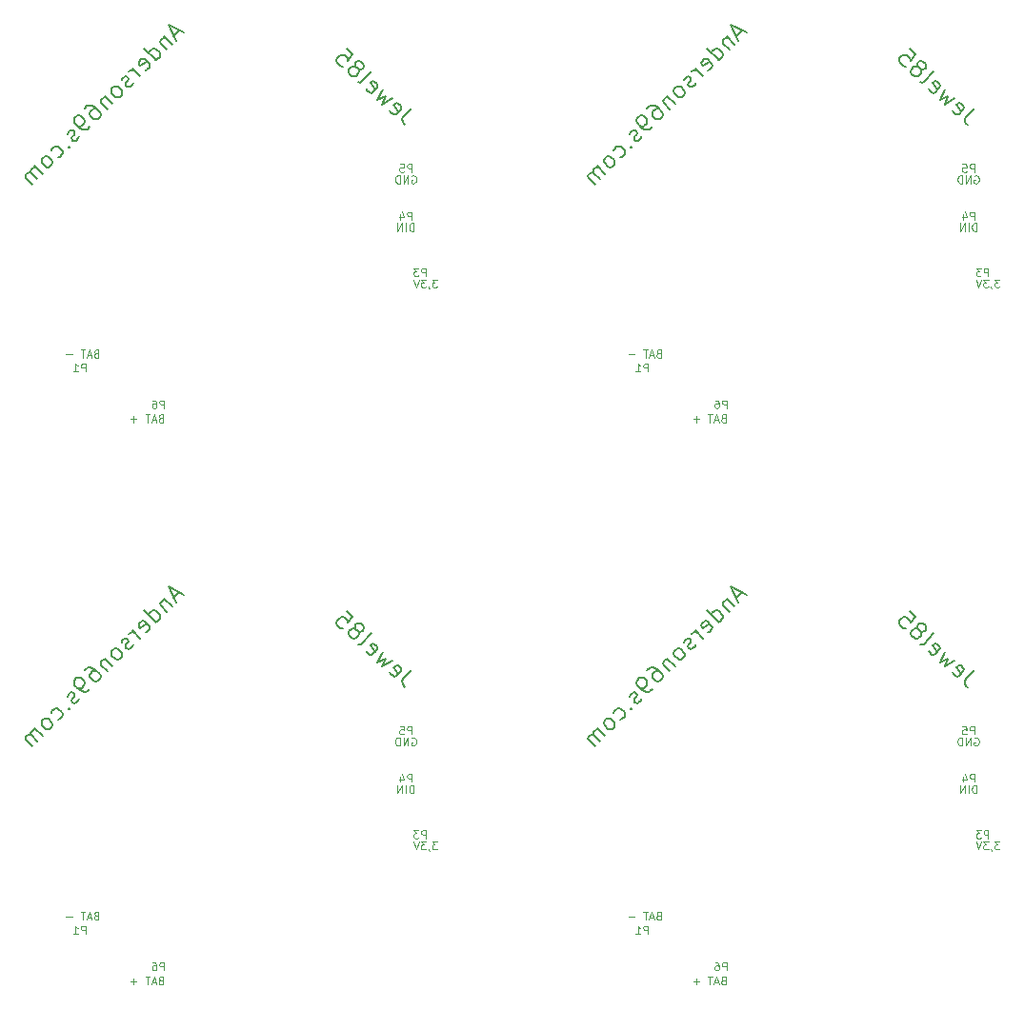
<source format=gbo>
G04 #@! TF.FileFunction,Legend,Bot*
%FSLAX46Y46*%
G04 Gerber Fmt 4.6, Leading zero omitted, Abs format (unit mm)*
G04 Created by KiCad (PCBNEW 4.0.7) date Wednesday 08 November 2017 'à' 20:08:32*
%MOMM*%
%LPD*%
G01*
G04 APERTURE LIST*
%ADD10C,0.100000*%
%ADD11C,0.200000*%
%ADD12C,0.110000*%
G04 APERTURE END LIST*
D10*
D11*
X189894291Y-117209262D02*
X189389215Y-117714339D01*
X190298352Y-117411293D02*
X188884138Y-116704186D01*
X189591245Y-118118399D01*
X188530585Y-117764846D02*
X189237692Y-118471953D01*
X188631601Y-117865862D02*
X188530585Y-117865861D01*
X188379062Y-117916369D01*
X188227539Y-118067891D01*
X188177032Y-118219415D01*
X188227539Y-118370938D01*
X188783123Y-118926521D01*
X187823478Y-119886166D02*
X186762818Y-118825506D01*
X187772971Y-119835659D02*
X187924493Y-119785151D01*
X188126523Y-119583121D01*
X188177032Y-119431598D01*
X188177031Y-119330583D01*
X188126524Y-119179060D01*
X187823479Y-118876014D01*
X187671956Y-118825507D01*
X187570940Y-118825506D01*
X187419417Y-118876014D01*
X187217386Y-119078044D01*
X187166879Y-119229567D01*
X186863834Y-120744796D02*
X187015356Y-120694288D01*
X187217386Y-120492258D01*
X187267894Y-120340736D01*
X187217387Y-120189212D01*
X186813326Y-119785151D01*
X186661803Y-119734644D01*
X186510280Y-119785151D01*
X186308249Y-119987181D01*
X186257742Y-120138705D01*
X186308249Y-120290228D01*
X186409264Y-120391243D01*
X187015356Y-119987181D01*
X186409264Y-121300380D02*
X185702158Y-120593273D01*
X185904189Y-120795304D02*
X185752666Y-120744796D01*
X185651650Y-120744796D01*
X185500127Y-120795303D01*
X185399112Y-120896319D01*
X185752666Y-121855964D02*
X185702158Y-122007486D01*
X185500127Y-122209517D01*
X185348605Y-122260025D01*
X185197083Y-122209517D01*
X185146575Y-122159009D01*
X185096067Y-122007487D01*
X185146574Y-121855964D01*
X185298097Y-121704440D01*
X185348605Y-121552918D01*
X185298098Y-121401395D01*
X185247590Y-121350887D01*
X185096067Y-121300380D01*
X184944544Y-121350887D01*
X184793021Y-121502410D01*
X184742513Y-121653933D01*
X184742513Y-122967132D02*
X184793021Y-122815609D01*
X184793021Y-122714593D01*
X184742513Y-122563070D01*
X184439468Y-122260025D01*
X184287945Y-122209518D01*
X184186930Y-122209517D01*
X184035406Y-122260025D01*
X183883883Y-122411547D01*
X183833376Y-122563070D01*
X183833376Y-122664086D01*
X183883883Y-122815609D01*
X184186929Y-123118655D01*
X184338452Y-123169162D01*
X184439468Y-123169162D01*
X184590990Y-123118654D01*
X184742513Y-122967132D01*
X183227284Y-123068147D02*
X183934391Y-123775254D01*
X183328300Y-123169163D02*
X183227285Y-123169162D01*
X183075761Y-123219670D01*
X182924238Y-123371192D01*
X182873731Y-123522715D01*
X182924238Y-123674238D01*
X183479822Y-124229822D01*
X181459517Y-124128807D02*
X181661547Y-123926777D01*
X181813070Y-123876269D01*
X181914086Y-123876269D01*
X182166624Y-123926777D01*
X182419163Y-124078300D01*
X182823223Y-124482360D01*
X182873731Y-124633883D01*
X182873731Y-124734899D01*
X182823223Y-124886422D01*
X182621192Y-125088452D01*
X182469670Y-125138960D01*
X182368654Y-125138960D01*
X182217132Y-125088452D01*
X181964593Y-124835914D01*
X181914086Y-124684391D01*
X181914086Y-124583376D01*
X181964593Y-124431853D01*
X182166624Y-124229823D01*
X182318148Y-124179315D01*
X182419162Y-124179315D01*
X182570685Y-124229822D01*
X181914086Y-125795558D02*
X181712055Y-125997589D01*
X181560533Y-126048097D01*
X181459518Y-126048096D01*
X181206979Y-125997590D01*
X180954441Y-125846066D01*
X180550381Y-125442005D01*
X180499873Y-125290483D01*
X180499873Y-125189467D01*
X180550380Y-125037944D01*
X180752410Y-124835914D01*
X180903934Y-124785406D01*
X181004949Y-124785407D01*
X181156472Y-124835914D01*
X181409010Y-125088452D01*
X181459518Y-125239975D01*
X181459518Y-125340990D01*
X181409010Y-125492513D01*
X181206979Y-125694544D01*
X181055456Y-125745051D01*
X180954441Y-125745052D01*
X180802919Y-125694544D01*
X180954442Y-126654188D02*
X180903934Y-126805710D01*
X180701903Y-127007741D01*
X180550381Y-127058249D01*
X180398858Y-127007741D01*
X180348350Y-126957233D01*
X180297842Y-126805711D01*
X180348350Y-126654188D01*
X180499873Y-126502665D01*
X180550381Y-126351142D01*
X180499873Y-126199619D01*
X180449365Y-126149111D01*
X180297842Y-126098604D01*
X180146319Y-126149111D01*
X179994796Y-126300635D01*
X179944289Y-126452158D01*
X179994796Y-127512818D02*
X179994797Y-127613833D01*
X180095811Y-127613833D01*
X180095812Y-127512818D01*
X179994796Y-127512818D01*
X180095811Y-127613833D01*
X179085659Y-128522971D02*
X179237181Y-128472463D01*
X179439212Y-128270433D01*
X179489720Y-128118909D01*
X179489720Y-128017894D01*
X179439212Y-127866371D01*
X179136167Y-127563326D01*
X178984644Y-127512819D01*
X178883629Y-127512818D01*
X178732105Y-127563326D01*
X178530075Y-127765356D01*
X178479567Y-127916879D01*
X178530075Y-129179570D02*
X178580583Y-129028047D01*
X178580583Y-128927031D01*
X178530075Y-128775508D01*
X178227030Y-128472463D01*
X178075507Y-128421956D01*
X177974492Y-128421955D01*
X177822968Y-128472463D01*
X177671446Y-128623985D01*
X177620938Y-128775508D01*
X177620938Y-128876524D01*
X177671446Y-129028047D01*
X177974491Y-129331093D01*
X178126014Y-129381600D01*
X178227030Y-129381600D01*
X178378552Y-129331092D01*
X178530075Y-129179570D01*
X177721953Y-129987692D02*
X177014846Y-129280585D01*
X177115862Y-129381601D02*
X177014847Y-129381600D01*
X176863323Y-129432108D01*
X176711801Y-129583630D01*
X176661293Y-129735153D01*
X176711801Y-129886676D01*
X177267384Y-130442260D01*
X176711801Y-129886676D02*
X176560277Y-129836169D01*
X176408754Y-129886676D01*
X176257232Y-130038199D01*
X176206724Y-130189723D01*
X176257232Y-130341245D01*
X176812816Y-130896829D01*
X139894291Y-117209262D02*
X139389215Y-117714339D01*
X140298352Y-117411293D02*
X138884138Y-116704186D01*
X139591245Y-118118399D01*
X138530585Y-117764846D02*
X139237692Y-118471953D01*
X138631601Y-117865862D02*
X138530585Y-117865861D01*
X138379062Y-117916369D01*
X138227539Y-118067891D01*
X138177032Y-118219415D01*
X138227539Y-118370938D01*
X138783123Y-118926521D01*
X137823478Y-119886166D02*
X136762818Y-118825506D01*
X137772971Y-119835659D02*
X137924493Y-119785151D01*
X138126523Y-119583121D01*
X138177032Y-119431598D01*
X138177031Y-119330583D01*
X138126524Y-119179060D01*
X137823479Y-118876014D01*
X137671956Y-118825507D01*
X137570940Y-118825506D01*
X137419417Y-118876014D01*
X137217386Y-119078044D01*
X137166879Y-119229567D01*
X136863834Y-120744796D02*
X137015356Y-120694288D01*
X137217386Y-120492258D01*
X137267894Y-120340736D01*
X137217387Y-120189212D01*
X136813326Y-119785151D01*
X136661803Y-119734644D01*
X136510280Y-119785151D01*
X136308249Y-119987181D01*
X136257742Y-120138705D01*
X136308249Y-120290228D01*
X136409264Y-120391243D01*
X137015356Y-119987181D01*
X136409264Y-121300380D02*
X135702158Y-120593273D01*
X135904189Y-120795304D02*
X135752666Y-120744796D01*
X135651650Y-120744796D01*
X135500127Y-120795303D01*
X135399112Y-120896319D01*
X135752666Y-121855964D02*
X135702158Y-122007486D01*
X135500127Y-122209517D01*
X135348605Y-122260025D01*
X135197083Y-122209517D01*
X135146575Y-122159009D01*
X135096067Y-122007487D01*
X135146574Y-121855964D01*
X135298097Y-121704440D01*
X135348605Y-121552918D01*
X135298098Y-121401395D01*
X135247590Y-121350887D01*
X135096067Y-121300380D01*
X134944544Y-121350887D01*
X134793021Y-121502410D01*
X134742513Y-121653933D01*
X134742513Y-122967132D02*
X134793021Y-122815609D01*
X134793021Y-122714593D01*
X134742513Y-122563070D01*
X134439468Y-122260025D01*
X134287945Y-122209518D01*
X134186930Y-122209517D01*
X134035406Y-122260025D01*
X133883883Y-122411547D01*
X133833376Y-122563070D01*
X133833376Y-122664086D01*
X133883883Y-122815609D01*
X134186929Y-123118655D01*
X134338452Y-123169162D01*
X134439468Y-123169162D01*
X134590990Y-123118654D01*
X134742513Y-122967132D01*
X133227284Y-123068147D02*
X133934391Y-123775254D01*
X133328300Y-123169163D02*
X133227285Y-123169162D01*
X133075761Y-123219670D01*
X132924238Y-123371192D01*
X132873731Y-123522715D01*
X132924238Y-123674238D01*
X133479822Y-124229822D01*
X131459517Y-124128807D02*
X131661547Y-123926777D01*
X131813070Y-123876269D01*
X131914086Y-123876269D01*
X132166624Y-123926777D01*
X132419163Y-124078300D01*
X132823223Y-124482360D01*
X132873731Y-124633883D01*
X132873731Y-124734899D01*
X132823223Y-124886422D01*
X132621192Y-125088452D01*
X132469670Y-125138960D01*
X132368654Y-125138960D01*
X132217132Y-125088452D01*
X131964593Y-124835914D01*
X131914086Y-124684391D01*
X131914086Y-124583376D01*
X131964593Y-124431853D01*
X132166624Y-124229823D01*
X132318148Y-124179315D01*
X132419162Y-124179315D01*
X132570685Y-124229822D01*
X131914086Y-125795558D02*
X131712055Y-125997589D01*
X131560533Y-126048097D01*
X131459518Y-126048096D01*
X131206979Y-125997590D01*
X130954441Y-125846066D01*
X130550381Y-125442005D01*
X130499873Y-125290483D01*
X130499873Y-125189467D01*
X130550380Y-125037944D01*
X130752410Y-124835914D01*
X130903934Y-124785406D01*
X131004949Y-124785407D01*
X131156472Y-124835914D01*
X131409010Y-125088452D01*
X131459518Y-125239975D01*
X131459518Y-125340990D01*
X131409010Y-125492513D01*
X131206979Y-125694544D01*
X131055456Y-125745051D01*
X130954441Y-125745052D01*
X130802919Y-125694544D01*
X130954442Y-126654188D02*
X130903934Y-126805710D01*
X130701903Y-127007741D01*
X130550381Y-127058249D01*
X130398858Y-127007741D01*
X130348350Y-126957233D01*
X130297842Y-126805711D01*
X130348350Y-126654188D01*
X130499873Y-126502665D01*
X130550381Y-126351142D01*
X130499873Y-126199619D01*
X130449365Y-126149111D01*
X130297842Y-126098604D01*
X130146319Y-126149111D01*
X129994796Y-126300635D01*
X129944289Y-126452158D01*
X129994796Y-127512818D02*
X129994797Y-127613833D01*
X130095811Y-127613833D01*
X130095812Y-127512818D01*
X129994796Y-127512818D01*
X130095811Y-127613833D01*
X129085659Y-128522971D02*
X129237181Y-128472463D01*
X129439212Y-128270433D01*
X129489720Y-128118909D01*
X129489720Y-128017894D01*
X129439212Y-127866371D01*
X129136167Y-127563326D01*
X128984644Y-127512819D01*
X128883629Y-127512818D01*
X128732105Y-127563326D01*
X128530075Y-127765356D01*
X128479567Y-127916879D01*
X128530075Y-129179570D02*
X128580583Y-129028047D01*
X128580583Y-128927031D01*
X128530075Y-128775508D01*
X128227030Y-128472463D01*
X128075507Y-128421956D01*
X127974492Y-128421955D01*
X127822968Y-128472463D01*
X127671446Y-128623985D01*
X127620938Y-128775508D01*
X127620938Y-128876524D01*
X127671446Y-129028047D01*
X127974491Y-129331093D01*
X128126014Y-129381600D01*
X128227030Y-129381600D01*
X128378552Y-129331092D01*
X128530075Y-129179570D01*
X127721953Y-129987692D02*
X127014846Y-129280585D01*
X127115862Y-129381601D02*
X127014847Y-129381600D01*
X126863323Y-129432108D01*
X126711801Y-129583630D01*
X126661293Y-129735153D01*
X126711801Y-129886676D01*
X127267384Y-130442260D01*
X126711801Y-129886676D02*
X126560277Y-129836169D01*
X126408754Y-129886676D01*
X126257232Y-130038199D01*
X126206724Y-130189723D01*
X126257232Y-130341245D01*
X126812816Y-130896829D01*
X189894291Y-67209262D02*
X189389215Y-67714339D01*
X190298352Y-67411293D02*
X188884138Y-66704186D01*
X189591245Y-68118399D01*
X188530585Y-67764846D02*
X189237692Y-68471953D01*
X188631601Y-67865862D02*
X188530585Y-67865861D01*
X188379062Y-67916369D01*
X188227539Y-68067891D01*
X188177032Y-68219415D01*
X188227539Y-68370938D01*
X188783123Y-68926521D01*
X187823478Y-69886166D02*
X186762818Y-68825506D01*
X187772971Y-69835659D02*
X187924493Y-69785151D01*
X188126523Y-69583121D01*
X188177032Y-69431598D01*
X188177031Y-69330583D01*
X188126524Y-69179060D01*
X187823479Y-68876014D01*
X187671956Y-68825507D01*
X187570940Y-68825506D01*
X187419417Y-68876014D01*
X187217386Y-69078044D01*
X187166879Y-69229567D01*
X186863834Y-70744796D02*
X187015356Y-70694288D01*
X187217386Y-70492258D01*
X187267894Y-70340736D01*
X187217387Y-70189212D01*
X186813326Y-69785151D01*
X186661803Y-69734644D01*
X186510280Y-69785151D01*
X186308249Y-69987181D01*
X186257742Y-70138705D01*
X186308249Y-70290228D01*
X186409264Y-70391243D01*
X187015356Y-69987181D01*
X186409264Y-71300380D02*
X185702158Y-70593273D01*
X185904189Y-70795304D02*
X185752666Y-70744796D01*
X185651650Y-70744796D01*
X185500127Y-70795303D01*
X185399112Y-70896319D01*
X185752666Y-71855964D02*
X185702158Y-72007486D01*
X185500127Y-72209517D01*
X185348605Y-72260025D01*
X185197083Y-72209517D01*
X185146575Y-72159009D01*
X185096067Y-72007487D01*
X185146574Y-71855964D01*
X185298097Y-71704440D01*
X185348605Y-71552918D01*
X185298098Y-71401395D01*
X185247590Y-71350887D01*
X185096067Y-71300380D01*
X184944544Y-71350887D01*
X184793021Y-71502410D01*
X184742513Y-71653933D01*
X184742513Y-72967132D02*
X184793021Y-72815609D01*
X184793021Y-72714593D01*
X184742513Y-72563070D01*
X184439468Y-72260025D01*
X184287945Y-72209518D01*
X184186930Y-72209517D01*
X184035406Y-72260025D01*
X183883883Y-72411547D01*
X183833376Y-72563070D01*
X183833376Y-72664086D01*
X183883883Y-72815609D01*
X184186929Y-73118655D01*
X184338452Y-73169162D01*
X184439468Y-73169162D01*
X184590990Y-73118654D01*
X184742513Y-72967132D01*
X183227284Y-73068147D02*
X183934391Y-73775254D01*
X183328300Y-73169163D02*
X183227285Y-73169162D01*
X183075761Y-73219670D01*
X182924238Y-73371192D01*
X182873731Y-73522715D01*
X182924238Y-73674238D01*
X183479822Y-74229822D01*
X181459517Y-74128807D02*
X181661547Y-73926777D01*
X181813070Y-73876269D01*
X181914086Y-73876269D01*
X182166624Y-73926777D01*
X182419163Y-74078300D01*
X182823223Y-74482360D01*
X182873731Y-74633883D01*
X182873731Y-74734899D01*
X182823223Y-74886422D01*
X182621192Y-75088452D01*
X182469670Y-75138960D01*
X182368654Y-75138960D01*
X182217132Y-75088452D01*
X181964593Y-74835914D01*
X181914086Y-74684391D01*
X181914086Y-74583376D01*
X181964593Y-74431853D01*
X182166624Y-74229823D01*
X182318148Y-74179315D01*
X182419162Y-74179315D01*
X182570685Y-74229822D01*
X181914086Y-75795558D02*
X181712055Y-75997589D01*
X181560533Y-76048097D01*
X181459518Y-76048096D01*
X181206979Y-75997590D01*
X180954441Y-75846066D01*
X180550381Y-75442005D01*
X180499873Y-75290483D01*
X180499873Y-75189467D01*
X180550380Y-75037944D01*
X180752410Y-74835914D01*
X180903934Y-74785406D01*
X181004949Y-74785407D01*
X181156472Y-74835914D01*
X181409010Y-75088452D01*
X181459518Y-75239975D01*
X181459518Y-75340990D01*
X181409010Y-75492513D01*
X181206979Y-75694544D01*
X181055456Y-75745051D01*
X180954441Y-75745052D01*
X180802919Y-75694544D01*
X180954442Y-76654188D02*
X180903934Y-76805710D01*
X180701903Y-77007741D01*
X180550381Y-77058249D01*
X180398858Y-77007741D01*
X180348350Y-76957233D01*
X180297842Y-76805711D01*
X180348350Y-76654188D01*
X180499873Y-76502665D01*
X180550381Y-76351142D01*
X180499873Y-76199619D01*
X180449365Y-76149111D01*
X180297842Y-76098604D01*
X180146319Y-76149111D01*
X179994796Y-76300635D01*
X179944289Y-76452158D01*
X179994796Y-77512818D02*
X179994797Y-77613833D01*
X180095811Y-77613833D01*
X180095812Y-77512818D01*
X179994796Y-77512818D01*
X180095811Y-77613833D01*
X179085659Y-78522971D02*
X179237181Y-78472463D01*
X179439212Y-78270433D01*
X179489720Y-78118909D01*
X179489720Y-78017894D01*
X179439212Y-77866371D01*
X179136167Y-77563326D01*
X178984644Y-77512819D01*
X178883629Y-77512818D01*
X178732105Y-77563326D01*
X178530075Y-77765356D01*
X178479567Y-77916879D01*
X178530075Y-79179570D02*
X178580583Y-79028047D01*
X178580583Y-78927031D01*
X178530075Y-78775508D01*
X178227030Y-78472463D01*
X178075507Y-78421956D01*
X177974492Y-78421955D01*
X177822968Y-78472463D01*
X177671446Y-78623985D01*
X177620938Y-78775508D01*
X177620938Y-78876524D01*
X177671446Y-79028047D01*
X177974491Y-79331093D01*
X178126014Y-79381600D01*
X178227030Y-79381600D01*
X178378552Y-79331092D01*
X178530075Y-79179570D01*
X177721953Y-79987692D02*
X177014846Y-79280585D01*
X177115862Y-79381601D02*
X177014847Y-79381600D01*
X176863323Y-79432108D01*
X176711801Y-79583630D01*
X176661293Y-79735153D01*
X176711801Y-79886676D01*
X177267384Y-80442260D01*
X176711801Y-79886676D02*
X176560277Y-79836169D01*
X176408754Y-79886676D01*
X176257232Y-80038199D01*
X176206724Y-80189723D01*
X176257232Y-80341245D01*
X176812816Y-80896829D01*
X210517076Y-124129586D02*
X209793229Y-124919526D01*
X209701122Y-125125770D01*
X209709935Y-125327608D01*
X209819667Y-125525040D01*
X209924992Y-125621553D01*
X208604019Y-124314224D02*
X208661089Y-124463399D01*
X208871739Y-124656424D01*
X209025320Y-124700275D01*
X209174496Y-124643206D01*
X209560548Y-124221905D01*
X209604398Y-124068323D01*
X209547329Y-123919147D01*
X209336679Y-123726121D01*
X209183097Y-123682271D01*
X209033921Y-123739340D01*
X208937408Y-123844665D01*
X209367522Y-124432555D01*
X208810052Y-123243557D02*
X207923811Y-123787808D01*
X208195725Y-123068157D01*
X207502510Y-123401757D01*
X207967449Y-122471454D01*
X206497513Y-122383966D02*
X206554582Y-122533141D01*
X206765232Y-122726166D01*
X206918814Y-122770017D01*
X207067989Y-122712948D01*
X207454041Y-122291647D01*
X207497891Y-122138065D01*
X207440822Y-121988889D01*
X207230172Y-121795863D01*
X207076590Y-121752014D01*
X206927414Y-121809082D01*
X206830901Y-121914407D01*
X207261016Y-122502297D01*
X205764641Y-121809294D02*
X205918223Y-121853145D01*
X206067398Y-121796076D01*
X206936015Y-120848147D01*
X205764429Y-120646522D02*
X205918012Y-120690372D01*
X206018931Y-120685965D01*
X206168107Y-120628897D01*
X206216363Y-120576235D01*
X206260212Y-120422653D01*
X206255807Y-120321734D01*
X206198738Y-120172557D01*
X205988087Y-119979532D01*
X205834505Y-119935682D01*
X205733585Y-119940088D01*
X205584410Y-119997157D01*
X205536154Y-120049819D01*
X205492304Y-120203401D01*
X205496710Y-120304320D01*
X205553779Y-120453496D01*
X205764429Y-120646522D01*
X205821499Y-120795697D01*
X205825904Y-120896616D01*
X205782055Y-121050198D01*
X205589029Y-121260849D01*
X205439853Y-121317917D01*
X205338934Y-121322324D01*
X205185352Y-121278473D01*
X204974702Y-121085448D01*
X204917633Y-120936272D01*
X204913226Y-120835353D01*
X204957077Y-120681771D01*
X205150103Y-120471121D01*
X205299278Y-120414052D01*
X205400197Y-120409646D01*
X205553779Y-120453496D01*
X204776846Y-118869633D02*
X205303473Y-119352198D01*
X204873571Y-119927082D01*
X204869164Y-119826163D01*
X204812096Y-119676987D01*
X204548782Y-119435705D01*
X204395200Y-119391855D01*
X204294281Y-119396260D01*
X204145106Y-119453329D01*
X203903824Y-119716643D01*
X203859973Y-119870224D01*
X203864380Y-119971144D01*
X203921449Y-120120319D01*
X204184762Y-120361601D01*
X204338344Y-120405452D01*
X204439263Y-120401046D01*
X160517076Y-124129586D02*
X159793229Y-124919526D01*
X159701122Y-125125770D01*
X159709935Y-125327608D01*
X159819667Y-125525040D01*
X159924992Y-125621553D01*
X158604019Y-124314224D02*
X158661089Y-124463399D01*
X158871739Y-124656424D01*
X159025320Y-124700275D01*
X159174496Y-124643206D01*
X159560548Y-124221905D01*
X159604398Y-124068323D01*
X159547329Y-123919147D01*
X159336679Y-123726121D01*
X159183097Y-123682271D01*
X159033921Y-123739340D01*
X158937408Y-123844665D01*
X159367522Y-124432555D01*
X158810052Y-123243557D02*
X157923811Y-123787808D01*
X158195725Y-123068157D01*
X157502510Y-123401757D01*
X157967449Y-122471454D01*
X156497513Y-122383966D02*
X156554582Y-122533141D01*
X156765232Y-122726166D01*
X156918814Y-122770017D01*
X157067989Y-122712948D01*
X157454041Y-122291647D01*
X157497891Y-122138065D01*
X157440822Y-121988889D01*
X157230172Y-121795863D01*
X157076590Y-121752014D01*
X156927414Y-121809082D01*
X156830901Y-121914407D01*
X157261016Y-122502297D01*
X155764641Y-121809294D02*
X155918223Y-121853145D01*
X156067398Y-121796076D01*
X156936015Y-120848147D01*
X155764429Y-120646522D02*
X155918012Y-120690372D01*
X156018931Y-120685965D01*
X156168107Y-120628897D01*
X156216363Y-120576235D01*
X156260212Y-120422653D01*
X156255807Y-120321734D01*
X156198738Y-120172557D01*
X155988087Y-119979532D01*
X155834505Y-119935682D01*
X155733585Y-119940088D01*
X155584410Y-119997157D01*
X155536154Y-120049819D01*
X155492304Y-120203401D01*
X155496710Y-120304320D01*
X155553779Y-120453496D01*
X155764429Y-120646522D01*
X155821499Y-120795697D01*
X155825904Y-120896616D01*
X155782055Y-121050198D01*
X155589029Y-121260849D01*
X155439853Y-121317917D01*
X155338934Y-121322324D01*
X155185352Y-121278473D01*
X154974702Y-121085448D01*
X154917633Y-120936272D01*
X154913226Y-120835353D01*
X154957077Y-120681771D01*
X155150103Y-120471121D01*
X155299278Y-120414052D01*
X155400197Y-120409646D01*
X155553779Y-120453496D01*
X154776846Y-118869633D02*
X155303473Y-119352198D01*
X154873571Y-119927082D01*
X154869164Y-119826163D01*
X154812096Y-119676987D01*
X154548782Y-119435705D01*
X154395200Y-119391855D01*
X154294281Y-119396260D01*
X154145106Y-119453329D01*
X153903824Y-119716643D01*
X153859973Y-119870224D01*
X153864380Y-119971144D01*
X153921449Y-120120319D01*
X154184762Y-120361601D01*
X154338344Y-120405452D01*
X154439263Y-120401046D01*
X210517076Y-74129586D02*
X209793229Y-74919526D01*
X209701122Y-75125770D01*
X209709935Y-75327608D01*
X209819667Y-75525040D01*
X209924992Y-75621553D01*
X208604019Y-74314224D02*
X208661089Y-74463399D01*
X208871739Y-74656424D01*
X209025320Y-74700275D01*
X209174496Y-74643206D01*
X209560548Y-74221905D01*
X209604398Y-74068323D01*
X209547329Y-73919147D01*
X209336679Y-73726121D01*
X209183097Y-73682271D01*
X209033921Y-73739340D01*
X208937408Y-73844665D01*
X209367522Y-74432555D01*
X208810052Y-73243557D02*
X207923811Y-73787808D01*
X208195725Y-73068157D01*
X207502510Y-73401757D01*
X207967449Y-72471454D01*
X206497513Y-72383966D02*
X206554582Y-72533141D01*
X206765232Y-72726166D01*
X206918814Y-72770017D01*
X207067989Y-72712948D01*
X207454041Y-72291647D01*
X207497891Y-72138065D01*
X207440822Y-71988889D01*
X207230172Y-71795863D01*
X207076590Y-71752014D01*
X206927414Y-71809082D01*
X206830901Y-71914407D01*
X207261016Y-72502297D01*
X205764641Y-71809294D02*
X205918223Y-71853145D01*
X206067398Y-71796076D01*
X206936015Y-70848147D01*
X205764429Y-70646522D02*
X205918012Y-70690372D01*
X206018931Y-70685965D01*
X206168107Y-70628897D01*
X206216363Y-70576235D01*
X206260212Y-70422653D01*
X206255807Y-70321734D01*
X206198738Y-70172557D01*
X205988087Y-69979532D01*
X205834505Y-69935682D01*
X205733585Y-69940088D01*
X205584410Y-69997157D01*
X205536154Y-70049819D01*
X205492304Y-70203401D01*
X205496710Y-70304320D01*
X205553779Y-70453496D01*
X205764429Y-70646522D01*
X205821499Y-70795697D01*
X205825904Y-70896616D01*
X205782055Y-71050198D01*
X205589029Y-71260849D01*
X205439853Y-71317917D01*
X205338934Y-71322324D01*
X205185352Y-71278473D01*
X204974702Y-71085448D01*
X204917633Y-70936272D01*
X204913226Y-70835353D01*
X204957077Y-70681771D01*
X205150103Y-70471121D01*
X205299278Y-70414052D01*
X205400197Y-70409646D01*
X205553779Y-70453496D01*
X204776846Y-68869633D02*
X205303473Y-69352198D01*
X204873571Y-69927082D01*
X204869164Y-69826163D01*
X204812096Y-69676987D01*
X204548782Y-69435705D01*
X204395200Y-69391855D01*
X204294281Y-69396260D01*
X204145106Y-69453329D01*
X203903824Y-69716643D01*
X203859973Y-69870224D01*
X203864380Y-69971144D01*
X203921449Y-70120319D01*
X204184762Y-70361601D01*
X204338344Y-70405452D01*
X204439263Y-70401046D01*
X160517076Y-74129586D02*
X159793229Y-74919526D01*
X159701122Y-75125770D01*
X159709935Y-75327608D01*
X159819667Y-75525040D01*
X159924992Y-75621553D01*
X158604019Y-74314224D02*
X158661089Y-74463399D01*
X158871739Y-74656424D01*
X159025320Y-74700275D01*
X159174496Y-74643206D01*
X159560548Y-74221905D01*
X159604398Y-74068323D01*
X159547329Y-73919147D01*
X159336679Y-73726121D01*
X159183097Y-73682271D01*
X159033921Y-73739340D01*
X158937408Y-73844665D01*
X159367522Y-74432555D01*
X158810052Y-73243557D02*
X157923811Y-73787808D01*
X158195725Y-73068157D01*
X157502510Y-73401757D01*
X157967449Y-72471454D01*
X156497513Y-72383966D02*
X156554582Y-72533141D01*
X156765232Y-72726166D01*
X156918814Y-72770017D01*
X157067989Y-72712948D01*
X157454041Y-72291647D01*
X157497891Y-72138065D01*
X157440822Y-71988889D01*
X157230172Y-71795863D01*
X157076590Y-71752014D01*
X156927414Y-71809082D01*
X156830901Y-71914407D01*
X157261016Y-72502297D01*
X155764641Y-71809294D02*
X155918223Y-71853145D01*
X156067398Y-71796076D01*
X156936015Y-70848147D01*
X155764429Y-70646522D02*
X155918012Y-70690372D01*
X156018931Y-70685965D01*
X156168107Y-70628897D01*
X156216363Y-70576235D01*
X156260212Y-70422653D01*
X156255807Y-70321734D01*
X156198738Y-70172557D01*
X155988087Y-69979532D01*
X155834505Y-69935682D01*
X155733585Y-69940088D01*
X155584410Y-69997157D01*
X155536154Y-70049819D01*
X155492304Y-70203401D01*
X155496710Y-70304320D01*
X155553779Y-70453496D01*
X155764429Y-70646522D01*
X155821499Y-70795697D01*
X155825904Y-70896616D01*
X155782055Y-71050198D01*
X155589029Y-71260849D01*
X155439853Y-71317917D01*
X155338934Y-71322324D01*
X155185352Y-71278473D01*
X154974702Y-71085448D01*
X154917633Y-70936272D01*
X154913226Y-70835353D01*
X154957077Y-70681771D01*
X155150103Y-70471121D01*
X155299278Y-70414052D01*
X155400197Y-70409646D01*
X155553779Y-70453496D01*
X154776846Y-68869633D02*
X155303473Y-69352198D01*
X154873571Y-69927082D01*
X154869164Y-69826163D01*
X154812096Y-69676987D01*
X154548782Y-69435705D01*
X154395200Y-69391855D01*
X154294281Y-69396260D01*
X154145106Y-69453329D01*
X153903824Y-69716643D01*
X153859973Y-69870224D01*
X153864380Y-69971144D01*
X153921449Y-70120319D01*
X154184762Y-70361601D01*
X154338344Y-70405452D01*
X154439263Y-70401046D01*
X139894291Y-67209262D02*
X139389215Y-67714339D01*
X140298352Y-67411293D02*
X138884138Y-66704186D01*
X139591245Y-68118399D01*
X138530585Y-67764846D02*
X139237692Y-68471953D01*
X138631601Y-67865862D02*
X138530585Y-67865861D01*
X138379062Y-67916369D01*
X138227539Y-68067891D01*
X138177032Y-68219415D01*
X138227539Y-68370938D01*
X138783123Y-68926521D01*
X137823478Y-69886166D02*
X136762818Y-68825506D01*
X137772971Y-69835659D02*
X137924493Y-69785151D01*
X138126523Y-69583121D01*
X138177032Y-69431598D01*
X138177031Y-69330583D01*
X138126524Y-69179060D01*
X137823479Y-68876014D01*
X137671956Y-68825507D01*
X137570940Y-68825506D01*
X137419417Y-68876014D01*
X137217386Y-69078044D01*
X137166879Y-69229567D01*
X136863834Y-70744796D02*
X137015356Y-70694288D01*
X137217386Y-70492258D01*
X137267894Y-70340736D01*
X137217387Y-70189212D01*
X136813326Y-69785151D01*
X136661803Y-69734644D01*
X136510280Y-69785151D01*
X136308249Y-69987181D01*
X136257742Y-70138705D01*
X136308249Y-70290228D01*
X136409264Y-70391243D01*
X137015356Y-69987181D01*
X136409264Y-71300380D02*
X135702158Y-70593273D01*
X135904189Y-70795304D02*
X135752666Y-70744796D01*
X135651650Y-70744796D01*
X135500127Y-70795303D01*
X135399112Y-70896319D01*
X135752666Y-71855964D02*
X135702158Y-72007486D01*
X135500127Y-72209517D01*
X135348605Y-72260025D01*
X135197083Y-72209517D01*
X135146575Y-72159009D01*
X135096067Y-72007487D01*
X135146574Y-71855964D01*
X135298097Y-71704440D01*
X135348605Y-71552918D01*
X135298098Y-71401395D01*
X135247590Y-71350887D01*
X135096067Y-71300380D01*
X134944544Y-71350887D01*
X134793021Y-71502410D01*
X134742513Y-71653933D01*
X134742513Y-72967132D02*
X134793021Y-72815609D01*
X134793021Y-72714593D01*
X134742513Y-72563070D01*
X134439468Y-72260025D01*
X134287945Y-72209518D01*
X134186930Y-72209517D01*
X134035406Y-72260025D01*
X133883883Y-72411547D01*
X133833376Y-72563070D01*
X133833376Y-72664086D01*
X133883883Y-72815609D01*
X134186929Y-73118655D01*
X134338452Y-73169162D01*
X134439468Y-73169162D01*
X134590990Y-73118654D01*
X134742513Y-72967132D01*
X133227284Y-73068147D02*
X133934391Y-73775254D01*
X133328300Y-73169163D02*
X133227285Y-73169162D01*
X133075761Y-73219670D01*
X132924238Y-73371192D01*
X132873731Y-73522715D01*
X132924238Y-73674238D01*
X133479822Y-74229822D01*
X131459517Y-74128807D02*
X131661547Y-73926777D01*
X131813070Y-73876269D01*
X131914086Y-73876269D01*
X132166624Y-73926777D01*
X132419163Y-74078300D01*
X132823223Y-74482360D01*
X132873731Y-74633883D01*
X132873731Y-74734899D01*
X132823223Y-74886422D01*
X132621192Y-75088452D01*
X132469670Y-75138960D01*
X132368654Y-75138960D01*
X132217132Y-75088452D01*
X131964593Y-74835914D01*
X131914086Y-74684391D01*
X131914086Y-74583376D01*
X131964593Y-74431853D01*
X132166624Y-74229823D01*
X132318148Y-74179315D01*
X132419162Y-74179315D01*
X132570685Y-74229822D01*
X131914086Y-75795558D02*
X131712055Y-75997589D01*
X131560533Y-76048097D01*
X131459518Y-76048096D01*
X131206979Y-75997590D01*
X130954441Y-75846066D01*
X130550381Y-75442005D01*
X130499873Y-75290483D01*
X130499873Y-75189467D01*
X130550380Y-75037944D01*
X130752410Y-74835914D01*
X130903934Y-74785406D01*
X131004949Y-74785407D01*
X131156472Y-74835914D01*
X131409010Y-75088452D01*
X131459518Y-75239975D01*
X131459518Y-75340990D01*
X131409010Y-75492513D01*
X131206979Y-75694544D01*
X131055456Y-75745051D01*
X130954441Y-75745052D01*
X130802919Y-75694544D01*
X130954442Y-76654188D02*
X130903934Y-76805710D01*
X130701903Y-77007741D01*
X130550381Y-77058249D01*
X130398858Y-77007741D01*
X130348350Y-76957233D01*
X130297842Y-76805711D01*
X130348350Y-76654188D01*
X130499873Y-76502665D01*
X130550381Y-76351142D01*
X130499873Y-76199619D01*
X130449365Y-76149111D01*
X130297842Y-76098604D01*
X130146319Y-76149111D01*
X129994796Y-76300635D01*
X129944289Y-76452158D01*
X129994796Y-77512818D02*
X129994797Y-77613833D01*
X130095811Y-77613833D01*
X130095812Y-77512818D01*
X129994796Y-77512818D01*
X130095811Y-77613833D01*
X129085659Y-78522971D02*
X129237181Y-78472463D01*
X129439212Y-78270433D01*
X129489720Y-78118909D01*
X129489720Y-78017894D01*
X129439212Y-77866371D01*
X129136167Y-77563326D01*
X128984644Y-77512819D01*
X128883629Y-77512818D01*
X128732105Y-77563326D01*
X128530075Y-77765356D01*
X128479567Y-77916879D01*
X128530075Y-79179570D02*
X128580583Y-79028047D01*
X128580583Y-78927031D01*
X128530075Y-78775508D01*
X128227030Y-78472463D01*
X128075507Y-78421956D01*
X127974492Y-78421955D01*
X127822968Y-78472463D01*
X127671446Y-78623985D01*
X127620938Y-78775508D01*
X127620938Y-78876524D01*
X127671446Y-79028047D01*
X127974491Y-79331093D01*
X128126014Y-79381600D01*
X128227030Y-79381600D01*
X128378552Y-79331092D01*
X128530075Y-79179570D01*
X127721953Y-79987692D02*
X127014846Y-79280585D01*
X127115862Y-79381601D02*
X127014847Y-79381600D01*
X126863323Y-79432108D01*
X126711801Y-79583630D01*
X126661293Y-79735153D01*
X126711801Y-79886676D01*
X127267384Y-80442260D01*
X126711801Y-79886676D02*
X126560277Y-79836169D01*
X126408754Y-79886676D01*
X126257232Y-80038199D01*
X126206724Y-80189723D01*
X126257232Y-80341245D01*
X126812816Y-80896829D01*
D12*
X210516666Y-134066667D02*
X210516666Y-133366667D01*
X210250000Y-133366667D01*
X210183333Y-133400000D01*
X210150000Y-133433333D01*
X210116666Y-133500000D01*
X210116666Y-133600000D01*
X210150000Y-133666667D01*
X210183333Y-133700000D01*
X210250000Y-133733333D01*
X210516666Y-133733333D01*
X209516666Y-133600000D02*
X209516666Y-134066667D01*
X209683333Y-133333333D02*
X209850000Y-133833333D01*
X209416666Y-133833333D01*
X210716666Y-135066667D02*
X210716666Y-134366667D01*
X210550000Y-134366667D01*
X210450000Y-134400000D01*
X210383333Y-134466667D01*
X210350000Y-134533333D01*
X210316666Y-134666667D01*
X210316666Y-134766667D01*
X210350000Y-134900000D01*
X210383333Y-134966667D01*
X210450000Y-135033333D01*
X210550000Y-135066667D01*
X210716666Y-135066667D01*
X210016666Y-135066667D02*
X210016666Y-134366667D01*
X209683333Y-135066667D02*
X209683333Y-134366667D01*
X209283333Y-135066667D01*
X209283333Y-134366667D01*
X160516666Y-134066667D02*
X160516666Y-133366667D01*
X160250000Y-133366667D01*
X160183333Y-133400000D01*
X160150000Y-133433333D01*
X160116666Y-133500000D01*
X160116666Y-133600000D01*
X160150000Y-133666667D01*
X160183333Y-133700000D01*
X160250000Y-133733333D01*
X160516666Y-133733333D01*
X159516666Y-133600000D02*
X159516666Y-134066667D01*
X159683333Y-133333333D02*
X159850000Y-133833333D01*
X159416666Y-133833333D01*
X160716666Y-135066667D02*
X160716666Y-134366667D01*
X160550000Y-134366667D01*
X160450000Y-134400000D01*
X160383333Y-134466667D01*
X160350000Y-134533333D01*
X160316666Y-134666667D01*
X160316666Y-134766667D01*
X160350000Y-134900000D01*
X160383333Y-134966667D01*
X160450000Y-135033333D01*
X160550000Y-135066667D01*
X160716666Y-135066667D01*
X160016666Y-135066667D02*
X160016666Y-134366667D01*
X159683333Y-135066667D02*
X159683333Y-134366667D01*
X159283333Y-135066667D01*
X159283333Y-134366667D01*
X210516666Y-84066667D02*
X210516666Y-83366667D01*
X210250000Y-83366667D01*
X210183333Y-83400000D01*
X210150000Y-83433333D01*
X210116666Y-83500000D01*
X210116666Y-83600000D01*
X210150000Y-83666667D01*
X210183333Y-83700000D01*
X210250000Y-83733333D01*
X210516666Y-83733333D01*
X209516666Y-83600000D02*
X209516666Y-84066667D01*
X209683333Y-83333333D02*
X209850000Y-83833333D01*
X209416666Y-83833333D01*
X210716666Y-85066667D02*
X210716666Y-84366667D01*
X210550000Y-84366667D01*
X210450000Y-84400000D01*
X210383333Y-84466667D01*
X210350000Y-84533333D01*
X210316666Y-84666667D01*
X210316666Y-84766667D01*
X210350000Y-84900000D01*
X210383333Y-84966667D01*
X210450000Y-85033333D01*
X210550000Y-85066667D01*
X210716666Y-85066667D01*
X210016666Y-85066667D02*
X210016666Y-84366667D01*
X209683333Y-85066667D02*
X209683333Y-84366667D01*
X209283333Y-85066667D01*
X209283333Y-84366667D01*
X211766666Y-139066667D02*
X211766666Y-138366667D01*
X211500000Y-138366667D01*
X211433333Y-138400000D01*
X211400000Y-138433333D01*
X211366666Y-138500000D01*
X211366666Y-138600000D01*
X211400000Y-138666667D01*
X211433333Y-138700000D01*
X211500000Y-138733333D01*
X211766666Y-138733333D01*
X211133333Y-138366667D02*
X210700000Y-138366667D01*
X210933333Y-138633333D01*
X210833333Y-138633333D01*
X210766666Y-138666667D01*
X210733333Y-138700000D01*
X210700000Y-138766667D01*
X210700000Y-138933333D01*
X210733333Y-139000000D01*
X210766666Y-139033333D01*
X210833333Y-139066667D01*
X211033333Y-139066667D01*
X211100000Y-139033333D01*
X211133333Y-139000000D01*
X212783333Y-139366667D02*
X212350000Y-139366667D01*
X212583333Y-139633333D01*
X212483333Y-139633333D01*
X212416666Y-139666667D01*
X212383333Y-139700000D01*
X212350000Y-139766667D01*
X212350000Y-139933333D01*
X212383333Y-140000000D01*
X212416666Y-140033333D01*
X212483333Y-140066667D01*
X212683333Y-140066667D01*
X212750000Y-140033333D01*
X212783333Y-140000000D01*
X212016666Y-140033333D02*
X212016666Y-140066667D01*
X212049999Y-140133333D01*
X212083333Y-140166667D01*
X211783333Y-139366667D02*
X211350000Y-139366667D01*
X211583333Y-139633333D01*
X211483333Y-139633333D01*
X211416666Y-139666667D01*
X211383333Y-139700000D01*
X211350000Y-139766667D01*
X211350000Y-139933333D01*
X211383333Y-140000000D01*
X211416666Y-140033333D01*
X211483333Y-140066667D01*
X211683333Y-140066667D01*
X211750000Y-140033333D01*
X211783333Y-140000000D01*
X211149999Y-139366667D02*
X210916666Y-140066667D01*
X210683333Y-139366667D01*
X161766666Y-139066667D02*
X161766666Y-138366667D01*
X161500000Y-138366667D01*
X161433333Y-138400000D01*
X161400000Y-138433333D01*
X161366666Y-138500000D01*
X161366666Y-138600000D01*
X161400000Y-138666667D01*
X161433333Y-138700000D01*
X161500000Y-138733333D01*
X161766666Y-138733333D01*
X161133333Y-138366667D02*
X160700000Y-138366667D01*
X160933333Y-138633333D01*
X160833333Y-138633333D01*
X160766666Y-138666667D01*
X160733333Y-138700000D01*
X160700000Y-138766667D01*
X160700000Y-138933333D01*
X160733333Y-139000000D01*
X160766666Y-139033333D01*
X160833333Y-139066667D01*
X161033333Y-139066667D01*
X161100000Y-139033333D01*
X161133333Y-139000000D01*
X162783333Y-139366667D02*
X162350000Y-139366667D01*
X162583333Y-139633333D01*
X162483333Y-139633333D01*
X162416666Y-139666667D01*
X162383333Y-139700000D01*
X162350000Y-139766667D01*
X162350000Y-139933333D01*
X162383333Y-140000000D01*
X162416666Y-140033333D01*
X162483333Y-140066667D01*
X162683333Y-140066667D01*
X162750000Y-140033333D01*
X162783333Y-140000000D01*
X162016666Y-140033333D02*
X162016666Y-140066667D01*
X162049999Y-140133333D01*
X162083333Y-140166667D01*
X161783333Y-139366667D02*
X161350000Y-139366667D01*
X161583333Y-139633333D01*
X161483333Y-139633333D01*
X161416666Y-139666667D01*
X161383333Y-139700000D01*
X161350000Y-139766667D01*
X161350000Y-139933333D01*
X161383333Y-140000000D01*
X161416666Y-140033333D01*
X161483333Y-140066667D01*
X161683333Y-140066667D01*
X161750000Y-140033333D01*
X161783333Y-140000000D01*
X161149999Y-139366667D02*
X160916666Y-140066667D01*
X160683333Y-139366667D01*
X211766666Y-89066667D02*
X211766666Y-88366667D01*
X211500000Y-88366667D01*
X211433333Y-88400000D01*
X211400000Y-88433333D01*
X211366666Y-88500000D01*
X211366666Y-88600000D01*
X211400000Y-88666667D01*
X211433333Y-88700000D01*
X211500000Y-88733333D01*
X211766666Y-88733333D01*
X211133333Y-88366667D02*
X210700000Y-88366667D01*
X210933333Y-88633333D01*
X210833333Y-88633333D01*
X210766666Y-88666667D01*
X210733333Y-88700000D01*
X210700000Y-88766667D01*
X210700000Y-88933333D01*
X210733333Y-89000000D01*
X210766666Y-89033333D01*
X210833333Y-89066667D01*
X211033333Y-89066667D01*
X211100000Y-89033333D01*
X211133333Y-89000000D01*
X212783333Y-89366667D02*
X212350000Y-89366667D01*
X212583333Y-89633333D01*
X212483333Y-89633333D01*
X212416666Y-89666667D01*
X212383333Y-89700000D01*
X212350000Y-89766667D01*
X212350000Y-89933333D01*
X212383333Y-90000000D01*
X212416666Y-90033333D01*
X212483333Y-90066667D01*
X212683333Y-90066667D01*
X212750000Y-90033333D01*
X212783333Y-90000000D01*
X212016666Y-90033333D02*
X212016666Y-90066667D01*
X212049999Y-90133333D01*
X212083333Y-90166667D01*
X211783333Y-89366667D02*
X211350000Y-89366667D01*
X211583333Y-89633333D01*
X211483333Y-89633333D01*
X211416666Y-89666667D01*
X211383333Y-89700000D01*
X211350000Y-89766667D01*
X211350000Y-89933333D01*
X211383333Y-90000000D01*
X211416666Y-90033333D01*
X211483333Y-90066667D01*
X211683333Y-90066667D01*
X211750000Y-90033333D01*
X211783333Y-90000000D01*
X211149999Y-89366667D02*
X210916666Y-90066667D01*
X210683333Y-89366667D01*
X210516666Y-129816667D02*
X210516666Y-129116667D01*
X210250000Y-129116667D01*
X210183333Y-129150000D01*
X210150000Y-129183333D01*
X210116666Y-129250000D01*
X210116666Y-129350000D01*
X210150000Y-129416667D01*
X210183333Y-129450000D01*
X210250000Y-129483333D01*
X210516666Y-129483333D01*
X209483333Y-129116667D02*
X209816666Y-129116667D01*
X209850000Y-129450000D01*
X209816666Y-129416667D01*
X209750000Y-129383333D01*
X209583333Y-129383333D01*
X209516666Y-129416667D01*
X209483333Y-129450000D01*
X209450000Y-129516667D01*
X209450000Y-129683333D01*
X209483333Y-129750000D01*
X209516666Y-129783333D01*
X209583333Y-129816667D01*
X209750000Y-129816667D01*
X209816666Y-129783333D01*
X209850000Y-129750000D01*
X210533333Y-130150000D02*
X210599999Y-130116667D01*
X210699999Y-130116667D01*
X210799999Y-130150000D01*
X210866666Y-130216667D01*
X210899999Y-130283333D01*
X210933333Y-130416667D01*
X210933333Y-130516667D01*
X210899999Y-130650000D01*
X210866666Y-130716667D01*
X210799999Y-130783333D01*
X210699999Y-130816667D01*
X210633333Y-130816667D01*
X210533333Y-130783333D01*
X210499999Y-130750000D01*
X210499999Y-130516667D01*
X210633333Y-130516667D01*
X210199999Y-130816667D02*
X210199999Y-130116667D01*
X209799999Y-130816667D01*
X209799999Y-130116667D01*
X209466666Y-130816667D02*
X209466666Y-130116667D01*
X209300000Y-130116667D01*
X209200000Y-130150000D01*
X209133333Y-130216667D01*
X209100000Y-130283333D01*
X209066666Y-130416667D01*
X209066666Y-130516667D01*
X209100000Y-130650000D01*
X209133333Y-130716667D01*
X209200000Y-130783333D01*
X209300000Y-130816667D01*
X209466666Y-130816667D01*
X160516666Y-129816667D02*
X160516666Y-129116667D01*
X160250000Y-129116667D01*
X160183333Y-129150000D01*
X160150000Y-129183333D01*
X160116666Y-129250000D01*
X160116666Y-129350000D01*
X160150000Y-129416667D01*
X160183333Y-129450000D01*
X160250000Y-129483333D01*
X160516666Y-129483333D01*
X159483333Y-129116667D02*
X159816666Y-129116667D01*
X159850000Y-129450000D01*
X159816666Y-129416667D01*
X159750000Y-129383333D01*
X159583333Y-129383333D01*
X159516666Y-129416667D01*
X159483333Y-129450000D01*
X159450000Y-129516667D01*
X159450000Y-129683333D01*
X159483333Y-129750000D01*
X159516666Y-129783333D01*
X159583333Y-129816667D01*
X159750000Y-129816667D01*
X159816666Y-129783333D01*
X159850000Y-129750000D01*
X160533333Y-130150000D02*
X160599999Y-130116667D01*
X160699999Y-130116667D01*
X160799999Y-130150000D01*
X160866666Y-130216667D01*
X160899999Y-130283333D01*
X160933333Y-130416667D01*
X160933333Y-130516667D01*
X160899999Y-130650000D01*
X160866666Y-130716667D01*
X160799999Y-130783333D01*
X160699999Y-130816667D01*
X160633333Y-130816667D01*
X160533333Y-130783333D01*
X160499999Y-130750000D01*
X160499999Y-130516667D01*
X160633333Y-130516667D01*
X160199999Y-130816667D02*
X160199999Y-130116667D01*
X159799999Y-130816667D01*
X159799999Y-130116667D01*
X159466666Y-130816667D02*
X159466666Y-130116667D01*
X159300000Y-130116667D01*
X159200000Y-130150000D01*
X159133333Y-130216667D01*
X159100000Y-130283333D01*
X159066666Y-130416667D01*
X159066666Y-130516667D01*
X159100000Y-130650000D01*
X159133333Y-130716667D01*
X159200000Y-130783333D01*
X159300000Y-130816667D01*
X159466666Y-130816667D01*
X210516666Y-79816667D02*
X210516666Y-79116667D01*
X210250000Y-79116667D01*
X210183333Y-79150000D01*
X210150000Y-79183333D01*
X210116666Y-79250000D01*
X210116666Y-79350000D01*
X210150000Y-79416667D01*
X210183333Y-79450000D01*
X210250000Y-79483333D01*
X210516666Y-79483333D01*
X209483333Y-79116667D02*
X209816666Y-79116667D01*
X209850000Y-79450000D01*
X209816666Y-79416667D01*
X209750000Y-79383333D01*
X209583333Y-79383333D01*
X209516666Y-79416667D01*
X209483333Y-79450000D01*
X209450000Y-79516667D01*
X209450000Y-79683333D01*
X209483333Y-79750000D01*
X209516666Y-79783333D01*
X209583333Y-79816667D01*
X209750000Y-79816667D01*
X209816666Y-79783333D01*
X209850000Y-79750000D01*
X210533333Y-80150000D02*
X210599999Y-80116667D01*
X210699999Y-80116667D01*
X210799999Y-80150000D01*
X210866666Y-80216667D01*
X210899999Y-80283333D01*
X210933333Y-80416667D01*
X210933333Y-80516667D01*
X210899999Y-80650000D01*
X210866666Y-80716667D01*
X210799999Y-80783333D01*
X210699999Y-80816667D01*
X210633333Y-80816667D01*
X210533333Y-80783333D01*
X210499999Y-80750000D01*
X210499999Y-80516667D01*
X210633333Y-80516667D01*
X210199999Y-80816667D02*
X210199999Y-80116667D01*
X209799999Y-80816667D01*
X209799999Y-80116667D01*
X209466666Y-80816667D02*
X209466666Y-80116667D01*
X209300000Y-80116667D01*
X209200000Y-80150000D01*
X209133333Y-80216667D01*
X209100000Y-80283333D01*
X209066666Y-80416667D01*
X209066666Y-80516667D01*
X209100000Y-80650000D01*
X209133333Y-80716667D01*
X209200000Y-80783333D01*
X209300000Y-80816667D01*
X209466666Y-80816667D01*
X181516666Y-147566667D02*
X181516666Y-146866667D01*
X181250000Y-146866667D01*
X181183333Y-146900000D01*
X181150000Y-146933333D01*
X181116666Y-147000000D01*
X181116666Y-147100000D01*
X181150000Y-147166667D01*
X181183333Y-147200000D01*
X181250000Y-147233333D01*
X181516666Y-147233333D01*
X180450000Y-147566667D02*
X180850000Y-147566667D01*
X180650000Y-147566667D02*
X180650000Y-146866667D01*
X180716666Y-146966667D01*
X180783333Y-147033333D01*
X180850000Y-147066667D01*
X182466666Y-145950000D02*
X182366666Y-145983333D01*
X182333333Y-146016667D01*
X182299999Y-146083333D01*
X182299999Y-146183333D01*
X182333333Y-146250000D01*
X182366666Y-146283333D01*
X182433333Y-146316667D01*
X182699999Y-146316667D01*
X182699999Y-145616667D01*
X182466666Y-145616667D01*
X182399999Y-145650000D01*
X182366666Y-145683333D01*
X182333333Y-145750000D01*
X182333333Y-145816667D01*
X182366666Y-145883333D01*
X182399999Y-145916667D01*
X182466666Y-145950000D01*
X182699999Y-145950000D01*
X182033333Y-146116667D02*
X181699999Y-146116667D01*
X182099999Y-146316667D02*
X181866666Y-145616667D01*
X181633333Y-146316667D01*
X181499999Y-145616667D02*
X181099999Y-145616667D01*
X181299999Y-146316667D02*
X181299999Y-145616667D01*
X180333333Y-146050000D02*
X179800000Y-146050000D01*
X131516666Y-147566667D02*
X131516666Y-146866667D01*
X131250000Y-146866667D01*
X131183333Y-146900000D01*
X131150000Y-146933333D01*
X131116666Y-147000000D01*
X131116666Y-147100000D01*
X131150000Y-147166667D01*
X131183333Y-147200000D01*
X131250000Y-147233333D01*
X131516666Y-147233333D01*
X130450000Y-147566667D02*
X130850000Y-147566667D01*
X130650000Y-147566667D02*
X130650000Y-146866667D01*
X130716666Y-146966667D01*
X130783333Y-147033333D01*
X130850000Y-147066667D01*
X132466666Y-145950000D02*
X132366666Y-145983333D01*
X132333333Y-146016667D01*
X132299999Y-146083333D01*
X132299999Y-146183333D01*
X132333333Y-146250000D01*
X132366666Y-146283333D01*
X132433333Y-146316667D01*
X132699999Y-146316667D01*
X132699999Y-145616667D01*
X132466666Y-145616667D01*
X132399999Y-145650000D01*
X132366666Y-145683333D01*
X132333333Y-145750000D01*
X132333333Y-145816667D01*
X132366666Y-145883333D01*
X132399999Y-145916667D01*
X132466666Y-145950000D01*
X132699999Y-145950000D01*
X132033333Y-146116667D02*
X131699999Y-146116667D01*
X132099999Y-146316667D02*
X131866666Y-145616667D01*
X131633333Y-146316667D01*
X131499999Y-145616667D02*
X131099999Y-145616667D01*
X131299999Y-146316667D02*
X131299999Y-145616667D01*
X130333333Y-146050000D02*
X129800000Y-146050000D01*
X181516666Y-97566667D02*
X181516666Y-96866667D01*
X181250000Y-96866667D01*
X181183333Y-96900000D01*
X181150000Y-96933333D01*
X181116666Y-97000000D01*
X181116666Y-97100000D01*
X181150000Y-97166667D01*
X181183333Y-97200000D01*
X181250000Y-97233333D01*
X181516666Y-97233333D01*
X180450000Y-97566667D02*
X180850000Y-97566667D01*
X180650000Y-97566667D02*
X180650000Y-96866667D01*
X180716666Y-96966667D01*
X180783333Y-97033333D01*
X180850000Y-97066667D01*
X182466666Y-95950000D02*
X182366666Y-95983333D01*
X182333333Y-96016667D01*
X182299999Y-96083333D01*
X182299999Y-96183333D01*
X182333333Y-96250000D01*
X182366666Y-96283333D01*
X182433333Y-96316667D01*
X182699999Y-96316667D01*
X182699999Y-95616667D01*
X182466666Y-95616667D01*
X182399999Y-95650000D01*
X182366666Y-95683333D01*
X182333333Y-95750000D01*
X182333333Y-95816667D01*
X182366666Y-95883333D01*
X182399999Y-95916667D01*
X182466666Y-95950000D01*
X182699999Y-95950000D01*
X182033333Y-96116667D02*
X181699999Y-96116667D01*
X182099999Y-96316667D02*
X181866666Y-95616667D01*
X181633333Y-96316667D01*
X181499999Y-95616667D02*
X181099999Y-95616667D01*
X181299999Y-96316667D02*
X181299999Y-95616667D01*
X180333333Y-96050000D02*
X179800000Y-96050000D01*
X188516666Y-150816667D02*
X188516666Y-150116667D01*
X188250000Y-150116667D01*
X188183333Y-150150000D01*
X188150000Y-150183333D01*
X188116666Y-150250000D01*
X188116666Y-150350000D01*
X188150000Y-150416667D01*
X188183333Y-150450000D01*
X188250000Y-150483333D01*
X188516666Y-150483333D01*
X187516666Y-150116667D02*
X187650000Y-150116667D01*
X187716666Y-150150000D01*
X187750000Y-150183333D01*
X187816666Y-150283333D01*
X187850000Y-150416667D01*
X187850000Y-150683333D01*
X187816666Y-150750000D01*
X187783333Y-150783333D01*
X187716666Y-150816667D01*
X187583333Y-150816667D01*
X187516666Y-150783333D01*
X187483333Y-150750000D01*
X187450000Y-150683333D01*
X187450000Y-150516667D01*
X187483333Y-150450000D01*
X187516666Y-150416667D01*
X187583333Y-150383333D01*
X187716666Y-150383333D01*
X187783333Y-150416667D01*
X187816666Y-150450000D01*
X187850000Y-150516667D01*
X188216666Y-151700000D02*
X188116666Y-151733333D01*
X188083333Y-151766667D01*
X188049999Y-151833333D01*
X188049999Y-151933333D01*
X188083333Y-152000000D01*
X188116666Y-152033333D01*
X188183333Y-152066667D01*
X188449999Y-152066667D01*
X188449999Y-151366667D01*
X188216666Y-151366667D01*
X188149999Y-151400000D01*
X188116666Y-151433333D01*
X188083333Y-151500000D01*
X188083333Y-151566667D01*
X188116666Y-151633333D01*
X188149999Y-151666667D01*
X188216666Y-151700000D01*
X188449999Y-151700000D01*
X187783333Y-151866667D02*
X187449999Y-151866667D01*
X187849999Y-152066667D02*
X187616666Y-151366667D01*
X187383333Y-152066667D01*
X187249999Y-151366667D02*
X186849999Y-151366667D01*
X187049999Y-152066667D02*
X187049999Y-151366667D01*
X186083333Y-151800000D02*
X185550000Y-151800000D01*
X185816667Y-152066667D02*
X185816667Y-151533333D01*
X138516666Y-150816667D02*
X138516666Y-150116667D01*
X138250000Y-150116667D01*
X138183333Y-150150000D01*
X138150000Y-150183333D01*
X138116666Y-150250000D01*
X138116666Y-150350000D01*
X138150000Y-150416667D01*
X138183333Y-150450000D01*
X138250000Y-150483333D01*
X138516666Y-150483333D01*
X137516666Y-150116667D02*
X137650000Y-150116667D01*
X137716666Y-150150000D01*
X137750000Y-150183333D01*
X137816666Y-150283333D01*
X137850000Y-150416667D01*
X137850000Y-150683333D01*
X137816666Y-150750000D01*
X137783333Y-150783333D01*
X137716666Y-150816667D01*
X137583333Y-150816667D01*
X137516666Y-150783333D01*
X137483333Y-150750000D01*
X137450000Y-150683333D01*
X137450000Y-150516667D01*
X137483333Y-150450000D01*
X137516666Y-150416667D01*
X137583333Y-150383333D01*
X137716666Y-150383333D01*
X137783333Y-150416667D01*
X137816666Y-150450000D01*
X137850000Y-150516667D01*
X138216666Y-151700000D02*
X138116666Y-151733333D01*
X138083333Y-151766667D01*
X138049999Y-151833333D01*
X138049999Y-151933333D01*
X138083333Y-152000000D01*
X138116666Y-152033333D01*
X138183333Y-152066667D01*
X138449999Y-152066667D01*
X138449999Y-151366667D01*
X138216666Y-151366667D01*
X138149999Y-151400000D01*
X138116666Y-151433333D01*
X138083333Y-151500000D01*
X138083333Y-151566667D01*
X138116666Y-151633333D01*
X138149999Y-151666667D01*
X138216666Y-151700000D01*
X138449999Y-151700000D01*
X137783333Y-151866667D02*
X137449999Y-151866667D01*
X137849999Y-152066667D02*
X137616666Y-151366667D01*
X137383333Y-152066667D01*
X137249999Y-151366667D02*
X136849999Y-151366667D01*
X137049999Y-152066667D02*
X137049999Y-151366667D01*
X136083333Y-151800000D02*
X135550000Y-151800000D01*
X135816667Y-152066667D02*
X135816667Y-151533333D01*
X188516666Y-100816667D02*
X188516666Y-100116667D01*
X188250000Y-100116667D01*
X188183333Y-100150000D01*
X188150000Y-100183333D01*
X188116666Y-100250000D01*
X188116666Y-100350000D01*
X188150000Y-100416667D01*
X188183333Y-100450000D01*
X188250000Y-100483333D01*
X188516666Y-100483333D01*
X187516666Y-100116667D02*
X187650000Y-100116667D01*
X187716666Y-100150000D01*
X187750000Y-100183333D01*
X187816666Y-100283333D01*
X187850000Y-100416667D01*
X187850000Y-100683333D01*
X187816666Y-100750000D01*
X187783333Y-100783333D01*
X187716666Y-100816667D01*
X187583333Y-100816667D01*
X187516666Y-100783333D01*
X187483333Y-100750000D01*
X187450000Y-100683333D01*
X187450000Y-100516667D01*
X187483333Y-100450000D01*
X187516666Y-100416667D01*
X187583333Y-100383333D01*
X187716666Y-100383333D01*
X187783333Y-100416667D01*
X187816666Y-100450000D01*
X187850000Y-100516667D01*
X188216666Y-101700000D02*
X188116666Y-101733333D01*
X188083333Y-101766667D01*
X188049999Y-101833333D01*
X188049999Y-101933333D01*
X188083333Y-102000000D01*
X188116666Y-102033333D01*
X188183333Y-102066667D01*
X188449999Y-102066667D01*
X188449999Y-101366667D01*
X188216666Y-101366667D01*
X188149999Y-101400000D01*
X188116666Y-101433333D01*
X188083333Y-101500000D01*
X188083333Y-101566667D01*
X188116666Y-101633333D01*
X188149999Y-101666667D01*
X188216666Y-101700000D01*
X188449999Y-101700000D01*
X187783333Y-101866667D02*
X187449999Y-101866667D01*
X187849999Y-102066667D02*
X187616666Y-101366667D01*
X187383333Y-102066667D01*
X187249999Y-101366667D02*
X186849999Y-101366667D01*
X187049999Y-102066667D02*
X187049999Y-101366667D01*
X186083333Y-101800000D02*
X185550000Y-101800000D01*
X185816667Y-102066667D02*
X185816667Y-101533333D01*
X131516666Y-97566667D02*
X131516666Y-96866667D01*
X131250000Y-96866667D01*
X131183333Y-96900000D01*
X131150000Y-96933333D01*
X131116666Y-97000000D01*
X131116666Y-97100000D01*
X131150000Y-97166667D01*
X131183333Y-97200000D01*
X131250000Y-97233333D01*
X131516666Y-97233333D01*
X130450000Y-97566667D02*
X130850000Y-97566667D01*
X130650000Y-97566667D02*
X130650000Y-96866667D01*
X130716666Y-96966667D01*
X130783333Y-97033333D01*
X130850000Y-97066667D01*
X132466666Y-95950000D02*
X132366666Y-95983333D01*
X132333333Y-96016667D01*
X132299999Y-96083333D01*
X132299999Y-96183333D01*
X132333333Y-96250000D01*
X132366666Y-96283333D01*
X132433333Y-96316667D01*
X132699999Y-96316667D01*
X132699999Y-95616667D01*
X132466666Y-95616667D01*
X132399999Y-95650000D01*
X132366666Y-95683333D01*
X132333333Y-95750000D01*
X132333333Y-95816667D01*
X132366666Y-95883333D01*
X132399999Y-95916667D01*
X132466666Y-95950000D01*
X132699999Y-95950000D01*
X132033333Y-96116667D02*
X131699999Y-96116667D01*
X132099999Y-96316667D02*
X131866666Y-95616667D01*
X131633333Y-96316667D01*
X131499999Y-95616667D02*
X131099999Y-95616667D01*
X131299999Y-96316667D02*
X131299999Y-95616667D01*
X130333333Y-96050000D02*
X129800000Y-96050000D01*
X161766666Y-89066667D02*
X161766666Y-88366667D01*
X161500000Y-88366667D01*
X161433333Y-88400000D01*
X161400000Y-88433333D01*
X161366666Y-88500000D01*
X161366666Y-88600000D01*
X161400000Y-88666667D01*
X161433333Y-88700000D01*
X161500000Y-88733333D01*
X161766666Y-88733333D01*
X161133333Y-88366667D02*
X160700000Y-88366667D01*
X160933333Y-88633333D01*
X160833333Y-88633333D01*
X160766666Y-88666667D01*
X160733333Y-88700000D01*
X160700000Y-88766667D01*
X160700000Y-88933333D01*
X160733333Y-89000000D01*
X160766666Y-89033333D01*
X160833333Y-89066667D01*
X161033333Y-89066667D01*
X161100000Y-89033333D01*
X161133333Y-89000000D01*
X162783333Y-89366667D02*
X162350000Y-89366667D01*
X162583333Y-89633333D01*
X162483333Y-89633333D01*
X162416666Y-89666667D01*
X162383333Y-89700000D01*
X162350000Y-89766667D01*
X162350000Y-89933333D01*
X162383333Y-90000000D01*
X162416666Y-90033333D01*
X162483333Y-90066667D01*
X162683333Y-90066667D01*
X162750000Y-90033333D01*
X162783333Y-90000000D01*
X162016666Y-90033333D02*
X162016666Y-90066667D01*
X162049999Y-90133333D01*
X162083333Y-90166667D01*
X161783333Y-89366667D02*
X161350000Y-89366667D01*
X161583333Y-89633333D01*
X161483333Y-89633333D01*
X161416666Y-89666667D01*
X161383333Y-89700000D01*
X161350000Y-89766667D01*
X161350000Y-89933333D01*
X161383333Y-90000000D01*
X161416666Y-90033333D01*
X161483333Y-90066667D01*
X161683333Y-90066667D01*
X161750000Y-90033333D01*
X161783333Y-90000000D01*
X161149999Y-89366667D02*
X160916666Y-90066667D01*
X160683333Y-89366667D01*
X160516666Y-84066667D02*
X160516666Y-83366667D01*
X160250000Y-83366667D01*
X160183333Y-83400000D01*
X160150000Y-83433333D01*
X160116666Y-83500000D01*
X160116666Y-83600000D01*
X160150000Y-83666667D01*
X160183333Y-83700000D01*
X160250000Y-83733333D01*
X160516666Y-83733333D01*
X159516666Y-83600000D02*
X159516666Y-84066667D01*
X159683333Y-83333333D02*
X159850000Y-83833333D01*
X159416666Y-83833333D01*
X160716666Y-85066667D02*
X160716666Y-84366667D01*
X160550000Y-84366667D01*
X160450000Y-84400000D01*
X160383333Y-84466667D01*
X160350000Y-84533333D01*
X160316666Y-84666667D01*
X160316666Y-84766667D01*
X160350000Y-84900000D01*
X160383333Y-84966667D01*
X160450000Y-85033333D01*
X160550000Y-85066667D01*
X160716666Y-85066667D01*
X160016666Y-85066667D02*
X160016666Y-84366667D01*
X159683333Y-85066667D02*
X159683333Y-84366667D01*
X159283333Y-85066667D01*
X159283333Y-84366667D01*
X160516666Y-79816667D02*
X160516666Y-79116667D01*
X160250000Y-79116667D01*
X160183333Y-79150000D01*
X160150000Y-79183333D01*
X160116666Y-79250000D01*
X160116666Y-79350000D01*
X160150000Y-79416667D01*
X160183333Y-79450000D01*
X160250000Y-79483333D01*
X160516666Y-79483333D01*
X159483333Y-79116667D02*
X159816666Y-79116667D01*
X159850000Y-79450000D01*
X159816666Y-79416667D01*
X159750000Y-79383333D01*
X159583333Y-79383333D01*
X159516666Y-79416667D01*
X159483333Y-79450000D01*
X159450000Y-79516667D01*
X159450000Y-79683333D01*
X159483333Y-79750000D01*
X159516666Y-79783333D01*
X159583333Y-79816667D01*
X159750000Y-79816667D01*
X159816666Y-79783333D01*
X159850000Y-79750000D01*
X160533333Y-80150000D02*
X160599999Y-80116667D01*
X160699999Y-80116667D01*
X160799999Y-80150000D01*
X160866666Y-80216667D01*
X160899999Y-80283333D01*
X160933333Y-80416667D01*
X160933333Y-80516667D01*
X160899999Y-80650000D01*
X160866666Y-80716667D01*
X160799999Y-80783333D01*
X160699999Y-80816667D01*
X160633333Y-80816667D01*
X160533333Y-80783333D01*
X160499999Y-80750000D01*
X160499999Y-80516667D01*
X160633333Y-80516667D01*
X160199999Y-80816667D02*
X160199999Y-80116667D01*
X159799999Y-80816667D01*
X159799999Y-80116667D01*
X159466666Y-80816667D02*
X159466666Y-80116667D01*
X159300000Y-80116667D01*
X159200000Y-80150000D01*
X159133333Y-80216667D01*
X159100000Y-80283333D01*
X159066666Y-80416667D01*
X159066666Y-80516667D01*
X159100000Y-80650000D01*
X159133333Y-80716667D01*
X159200000Y-80783333D01*
X159300000Y-80816667D01*
X159466666Y-80816667D01*
X138516666Y-100816667D02*
X138516666Y-100116667D01*
X138250000Y-100116667D01*
X138183333Y-100150000D01*
X138150000Y-100183333D01*
X138116666Y-100250000D01*
X138116666Y-100350000D01*
X138150000Y-100416667D01*
X138183333Y-100450000D01*
X138250000Y-100483333D01*
X138516666Y-100483333D01*
X137516666Y-100116667D02*
X137650000Y-100116667D01*
X137716666Y-100150000D01*
X137750000Y-100183333D01*
X137816666Y-100283333D01*
X137850000Y-100416667D01*
X137850000Y-100683333D01*
X137816666Y-100750000D01*
X137783333Y-100783333D01*
X137716666Y-100816667D01*
X137583333Y-100816667D01*
X137516666Y-100783333D01*
X137483333Y-100750000D01*
X137450000Y-100683333D01*
X137450000Y-100516667D01*
X137483333Y-100450000D01*
X137516666Y-100416667D01*
X137583333Y-100383333D01*
X137716666Y-100383333D01*
X137783333Y-100416667D01*
X137816666Y-100450000D01*
X137850000Y-100516667D01*
X138216666Y-101700000D02*
X138116666Y-101733333D01*
X138083333Y-101766667D01*
X138049999Y-101833333D01*
X138049999Y-101933333D01*
X138083333Y-102000000D01*
X138116666Y-102033333D01*
X138183333Y-102066667D01*
X138449999Y-102066667D01*
X138449999Y-101366667D01*
X138216666Y-101366667D01*
X138149999Y-101400000D01*
X138116666Y-101433333D01*
X138083333Y-101500000D01*
X138083333Y-101566667D01*
X138116666Y-101633333D01*
X138149999Y-101666667D01*
X138216666Y-101700000D01*
X138449999Y-101700000D01*
X137783333Y-101866667D02*
X137449999Y-101866667D01*
X137849999Y-102066667D02*
X137616666Y-101366667D01*
X137383333Y-102066667D01*
X137249999Y-101366667D02*
X136849999Y-101366667D01*
X137049999Y-102066667D02*
X137049999Y-101366667D01*
X136083333Y-101800000D02*
X135550000Y-101800000D01*
X135816667Y-102066667D02*
X135816667Y-101533333D01*
M02*

</source>
